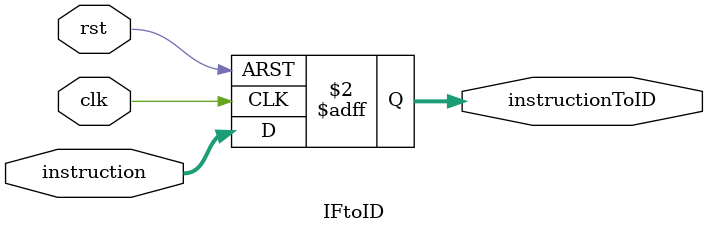
<source format=v>
`timescale 1ns / 1ps


module IFtoID(
input clk,
input rst,
input [31:0] instruction,
output reg [31:0] instructionToID
);
    
always @ (posedge rst or posedge clk) begin
    if(rst) begin
        instructionToID<=0;
    end
    else begin
        instructionToID<=instruction;
    end
end



endmodule

</source>
